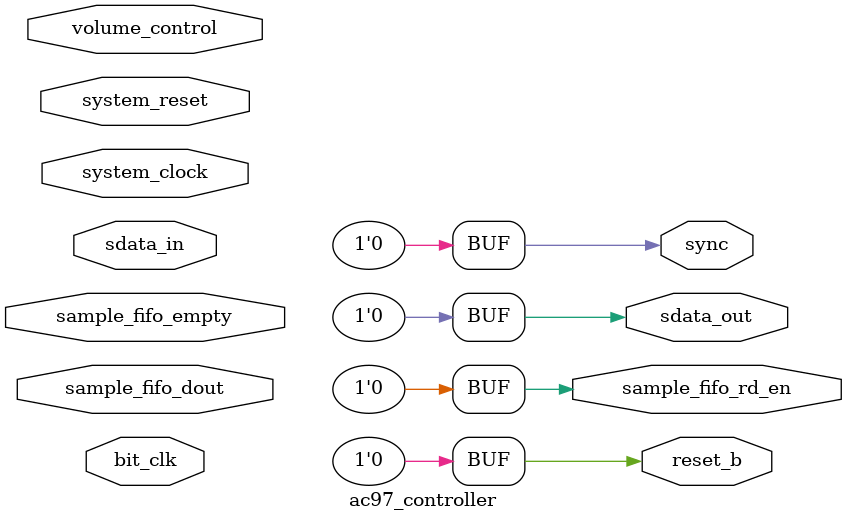
<source format=v>
`include "util.vh"

module ac97_controller #(
    parameter SYS_CLK_FREQ = 50_000_000
) (
    // AC97 Protocol Signals
    input sdata_in,           // Serial line from the codec (not used in this lab)
    input bit_clk,            // Bit clock from the codec (used for all logic in this module except reset)
    // Sample FIFO Read Interface
    input [19:0] sample_fifo_dout,
    input sample_fifo_empty,
    output sample_fifo_rd_en,
    output sdata_out,         // Serial line to the codec
    output sync,              // Sync signal to the codec
    output reset_b,           // Active low reset (reset bar) to the codec
    input [3:0] volume_control,  // Written by the CPU
    
    input system_clock,       // Clock used for resetting codec
    input system_reset       // Reset signal coming from the CPU_RESET button
                             // you will need to generate the reset signal for the codec in this controller
                             // (This reset signal should trigger the codec reset)

);
    // Remove these lines once you build your AC97 controller
    assign sdata_out = 1'b0;
    assign sync = 1'b0;
    assign reset_b = 1'b0;
    assign sample_fifo_rd_en = 1'b0;
endmodule

</source>
